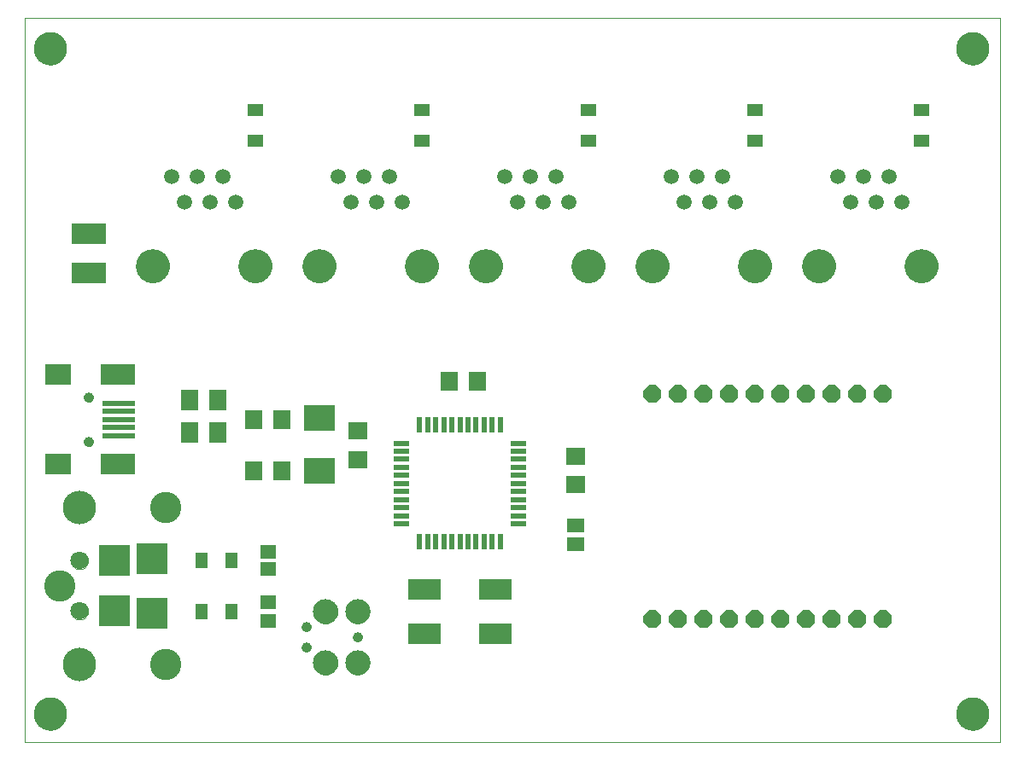
<source format=gts>
G75*
%MOIN*%
%OFA0B0*%
%FSLAX24Y24*%
%IPPOS*%
%LPD*%
%AMOC8*
5,1,8,0,0,1.08239X$1,22.5*
%
%ADD10C,0.0000*%
%ADD11C,0.1300*%
%ADD12C,0.0594*%
%ADD13C,0.1320*%
%ADD14R,0.0591X0.0512*%
%ADD15C,0.1221*%
%ADD16C,0.1306*%
%ADD17R,0.1221X0.1221*%
%ADD18C,0.0709*%
%ADD19R,0.0512X0.0591*%
%ADD20R,0.0631X0.0552*%
%ADD21R,0.1379X0.0788*%
%ADD22R,0.0749X0.0670*%
%ADD23C,0.0390*%
%ADD24C,0.0975*%
%ADD25R,0.0237X0.0631*%
%ADD26R,0.0631X0.0237*%
%ADD27R,0.1290X0.0790*%
%ADD28R,0.0670X0.0749*%
%ADD29R,0.0750X0.0670*%
%ADD30R,0.0670X0.0552*%
%ADD31R,0.1221X0.1024*%
%ADD32R,0.1024X0.0827*%
%ADD33R,0.1339X0.0827*%
%ADD34R,0.1260X0.0237*%
%ADD35C,0.0394*%
%ADD36R,0.0670X0.0827*%
%ADD37OC8,0.0700*%
D10*
X003100Y000100D02*
X003100Y028396D01*
X041170Y028396D01*
X041170Y000100D01*
X003100Y000100D01*
X003470Y001200D02*
X003472Y001250D01*
X003478Y001300D01*
X003488Y001349D01*
X003502Y001397D01*
X003519Y001444D01*
X003540Y001489D01*
X003565Y001533D01*
X003593Y001574D01*
X003625Y001613D01*
X003659Y001650D01*
X003696Y001684D01*
X003736Y001714D01*
X003778Y001741D01*
X003822Y001765D01*
X003868Y001786D01*
X003915Y001802D01*
X003963Y001815D01*
X004013Y001824D01*
X004062Y001829D01*
X004113Y001830D01*
X004163Y001827D01*
X004212Y001820D01*
X004261Y001809D01*
X004309Y001794D01*
X004355Y001776D01*
X004400Y001754D01*
X004443Y001728D01*
X004484Y001699D01*
X004523Y001667D01*
X004559Y001632D01*
X004591Y001594D01*
X004621Y001554D01*
X004648Y001511D01*
X004671Y001467D01*
X004690Y001421D01*
X004706Y001373D01*
X004718Y001324D01*
X004726Y001275D01*
X004730Y001225D01*
X004730Y001175D01*
X004726Y001125D01*
X004718Y001076D01*
X004706Y001027D01*
X004690Y000979D01*
X004671Y000933D01*
X004648Y000889D01*
X004621Y000846D01*
X004591Y000806D01*
X004559Y000768D01*
X004523Y000733D01*
X004484Y000701D01*
X004443Y000672D01*
X004400Y000646D01*
X004355Y000624D01*
X004309Y000606D01*
X004261Y000591D01*
X004212Y000580D01*
X004163Y000573D01*
X004113Y000570D01*
X004062Y000571D01*
X004013Y000576D01*
X003963Y000585D01*
X003915Y000598D01*
X003868Y000614D01*
X003822Y000635D01*
X003778Y000659D01*
X003736Y000686D01*
X003696Y000716D01*
X003659Y000750D01*
X003625Y000787D01*
X003593Y000826D01*
X003565Y000867D01*
X003540Y000911D01*
X003519Y000956D01*
X003502Y001003D01*
X003488Y001051D01*
X003478Y001100D01*
X003472Y001150D01*
X003470Y001200D01*
X004919Y005216D02*
X004921Y005252D01*
X004927Y005288D01*
X004937Y005323D01*
X004950Y005357D01*
X004967Y005389D01*
X004987Y005419D01*
X005011Y005446D01*
X005037Y005471D01*
X005066Y005493D01*
X005097Y005512D01*
X005130Y005527D01*
X005164Y005539D01*
X005200Y005547D01*
X005236Y005551D01*
X005272Y005551D01*
X005308Y005547D01*
X005344Y005539D01*
X005378Y005527D01*
X005411Y005512D01*
X005442Y005493D01*
X005471Y005471D01*
X005497Y005446D01*
X005521Y005419D01*
X005541Y005389D01*
X005558Y005357D01*
X005571Y005323D01*
X005581Y005288D01*
X005587Y005252D01*
X005589Y005216D01*
X005587Y005180D01*
X005581Y005144D01*
X005571Y005109D01*
X005558Y005075D01*
X005541Y005043D01*
X005521Y005013D01*
X005497Y004986D01*
X005471Y004961D01*
X005442Y004939D01*
X005411Y004920D01*
X005378Y004905D01*
X005344Y004893D01*
X005308Y004885D01*
X005272Y004881D01*
X005236Y004881D01*
X005200Y004885D01*
X005164Y004893D01*
X005130Y004905D01*
X005097Y004920D01*
X005066Y004939D01*
X005037Y004961D01*
X005011Y004986D01*
X004987Y005013D01*
X004967Y005043D01*
X004950Y005075D01*
X004937Y005109D01*
X004927Y005144D01*
X004921Y005180D01*
X004919Y005216D01*
X004919Y007184D02*
X004921Y007220D01*
X004927Y007256D01*
X004937Y007291D01*
X004950Y007325D01*
X004967Y007357D01*
X004987Y007387D01*
X005011Y007414D01*
X005037Y007439D01*
X005066Y007461D01*
X005097Y007480D01*
X005130Y007495D01*
X005164Y007507D01*
X005200Y007515D01*
X005236Y007519D01*
X005272Y007519D01*
X005308Y007515D01*
X005344Y007507D01*
X005378Y007495D01*
X005411Y007480D01*
X005442Y007461D01*
X005471Y007439D01*
X005497Y007414D01*
X005521Y007387D01*
X005541Y007357D01*
X005558Y007325D01*
X005571Y007291D01*
X005581Y007256D01*
X005587Y007220D01*
X005589Y007184D01*
X005587Y007148D01*
X005581Y007112D01*
X005571Y007077D01*
X005558Y007043D01*
X005541Y007011D01*
X005521Y006981D01*
X005497Y006954D01*
X005471Y006929D01*
X005442Y006907D01*
X005411Y006888D01*
X005378Y006873D01*
X005344Y006861D01*
X005308Y006853D01*
X005272Y006849D01*
X005236Y006849D01*
X005200Y006853D01*
X005164Y006861D01*
X005130Y006873D01*
X005097Y006888D01*
X005066Y006907D01*
X005037Y006929D01*
X005011Y006954D01*
X004987Y006981D01*
X004967Y007011D01*
X004950Y007043D01*
X004937Y007077D01*
X004927Y007112D01*
X004921Y007148D01*
X004919Y007184D01*
X005423Y011834D02*
X005425Y011860D01*
X005431Y011886D01*
X005441Y011911D01*
X005454Y011934D01*
X005470Y011954D01*
X005490Y011972D01*
X005512Y011987D01*
X005535Y011999D01*
X005561Y012007D01*
X005587Y012011D01*
X005613Y012011D01*
X005639Y012007D01*
X005665Y011999D01*
X005689Y011987D01*
X005710Y011972D01*
X005730Y011954D01*
X005746Y011934D01*
X005759Y011911D01*
X005769Y011886D01*
X005775Y011860D01*
X005777Y011834D01*
X005775Y011808D01*
X005769Y011782D01*
X005759Y011757D01*
X005746Y011734D01*
X005730Y011714D01*
X005710Y011696D01*
X005688Y011681D01*
X005665Y011669D01*
X005639Y011661D01*
X005613Y011657D01*
X005587Y011657D01*
X005561Y011661D01*
X005535Y011669D01*
X005511Y011681D01*
X005490Y011696D01*
X005470Y011714D01*
X005454Y011734D01*
X005441Y011757D01*
X005431Y011782D01*
X005425Y011808D01*
X005423Y011834D01*
X005423Y013566D02*
X005425Y013592D01*
X005431Y013618D01*
X005441Y013643D01*
X005454Y013666D01*
X005470Y013686D01*
X005490Y013704D01*
X005512Y013719D01*
X005535Y013731D01*
X005561Y013739D01*
X005587Y013743D01*
X005613Y013743D01*
X005639Y013739D01*
X005665Y013731D01*
X005689Y013719D01*
X005710Y013704D01*
X005730Y013686D01*
X005746Y013666D01*
X005759Y013643D01*
X005769Y013618D01*
X005775Y013592D01*
X005777Y013566D01*
X005775Y013540D01*
X005769Y013514D01*
X005759Y013489D01*
X005746Y013466D01*
X005730Y013446D01*
X005710Y013428D01*
X005688Y013413D01*
X005665Y013401D01*
X005639Y013393D01*
X005613Y013389D01*
X005587Y013389D01*
X005561Y013393D01*
X005535Y013401D01*
X005511Y013413D01*
X005490Y013428D01*
X005470Y013446D01*
X005454Y013466D01*
X005441Y013489D01*
X005431Y013514D01*
X005425Y013540D01*
X005423Y013566D01*
X007460Y018700D02*
X007462Y018750D01*
X007468Y018800D01*
X007478Y018849D01*
X007491Y018898D01*
X007509Y018945D01*
X007530Y018991D01*
X007554Y019034D01*
X007582Y019076D01*
X007613Y019116D01*
X007647Y019153D01*
X007684Y019187D01*
X007724Y019218D01*
X007766Y019246D01*
X007809Y019270D01*
X007855Y019291D01*
X007902Y019309D01*
X007951Y019322D01*
X008000Y019332D01*
X008050Y019338D01*
X008100Y019340D01*
X008150Y019338D01*
X008200Y019332D01*
X008249Y019322D01*
X008298Y019309D01*
X008345Y019291D01*
X008391Y019270D01*
X008434Y019246D01*
X008476Y019218D01*
X008516Y019187D01*
X008553Y019153D01*
X008587Y019116D01*
X008618Y019076D01*
X008646Y019034D01*
X008670Y018991D01*
X008691Y018945D01*
X008709Y018898D01*
X008722Y018849D01*
X008732Y018800D01*
X008738Y018750D01*
X008740Y018700D01*
X008738Y018650D01*
X008732Y018600D01*
X008722Y018551D01*
X008709Y018502D01*
X008691Y018455D01*
X008670Y018409D01*
X008646Y018366D01*
X008618Y018324D01*
X008587Y018284D01*
X008553Y018247D01*
X008516Y018213D01*
X008476Y018182D01*
X008434Y018154D01*
X008391Y018130D01*
X008345Y018109D01*
X008298Y018091D01*
X008249Y018078D01*
X008200Y018068D01*
X008150Y018062D01*
X008100Y018060D01*
X008050Y018062D01*
X008000Y018068D01*
X007951Y018078D01*
X007902Y018091D01*
X007855Y018109D01*
X007809Y018130D01*
X007766Y018154D01*
X007724Y018182D01*
X007684Y018213D01*
X007647Y018247D01*
X007613Y018284D01*
X007582Y018324D01*
X007554Y018366D01*
X007530Y018409D01*
X007509Y018455D01*
X007491Y018502D01*
X007478Y018551D01*
X007468Y018600D01*
X007462Y018650D01*
X007460Y018700D01*
X011460Y018700D02*
X011462Y018750D01*
X011468Y018800D01*
X011478Y018849D01*
X011491Y018898D01*
X011509Y018945D01*
X011530Y018991D01*
X011554Y019034D01*
X011582Y019076D01*
X011613Y019116D01*
X011647Y019153D01*
X011684Y019187D01*
X011724Y019218D01*
X011766Y019246D01*
X011809Y019270D01*
X011855Y019291D01*
X011902Y019309D01*
X011951Y019322D01*
X012000Y019332D01*
X012050Y019338D01*
X012100Y019340D01*
X012150Y019338D01*
X012200Y019332D01*
X012249Y019322D01*
X012298Y019309D01*
X012345Y019291D01*
X012391Y019270D01*
X012434Y019246D01*
X012476Y019218D01*
X012516Y019187D01*
X012553Y019153D01*
X012587Y019116D01*
X012618Y019076D01*
X012646Y019034D01*
X012670Y018991D01*
X012691Y018945D01*
X012709Y018898D01*
X012722Y018849D01*
X012732Y018800D01*
X012738Y018750D01*
X012740Y018700D01*
X012738Y018650D01*
X012732Y018600D01*
X012722Y018551D01*
X012709Y018502D01*
X012691Y018455D01*
X012670Y018409D01*
X012646Y018366D01*
X012618Y018324D01*
X012587Y018284D01*
X012553Y018247D01*
X012516Y018213D01*
X012476Y018182D01*
X012434Y018154D01*
X012391Y018130D01*
X012345Y018109D01*
X012298Y018091D01*
X012249Y018078D01*
X012200Y018068D01*
X012150Y018062D01*
X012100Y018060D01*
X012050Y018062D01*
X012000Y018068D01*
X011951Y018078D01*
X011902Y018091D01*
X011855Y018109D01*
X011809Y018130D01*
X011766Y018154D01*
X011724Y018182D01*
X011684Y018213D01*
X011647Y018247D01*
X011613Y018284D01*
X011582Y018324D01*
X011554Y018366D01*
X011530Y018409D01*
X011509Y018455D01*
X011491Y018502D01*
X011478Y018551D01*
X011468Y018600D01*
X011462Y018650D01*
X011460Y018700D01*
X013960Y018700D02*
X013962Y018750D01*
X013968Y018800D01*
X013978Y018849D01*
X013991Y018898D01*
X014009Y018945D01*
X014030Y018991D01*
X014054Y019034D01*
X014082Y019076D01*
X014113Y019116D01*
X014147Y019153D01*
X014184Y019187D01*
X014224Y019218D01*
X014266Y019246D01*
X014309Y019270D01*
X014355Y019291D01*
X014402Y019309D01*
X014451Y019322D01*
X014500Y019332D01*
X014550Y019338D01*
X014600Y019340D01*
X014650Y019338D01*
X014700Y019332D01*
X014749Y019322D01*
X014798Y019309D01*
X014845Y019291D01*
X014891Y019270D01*
X014934Y019246D01*
X014976Y019218D01*
X015016Y019187D01*
X015053Y019153D01*
X015087Y019116D01*
X015118Y019076D01*
X015146Y019034D01*
X015170Y018991D01*
X015191Y018945D01*
X015209Y018898D01*
X015222Y018849D01*
X015232Y018800D01*
X015238Y018750D01*
X015240Y018700D01*
X015238Y018650D01*
X015232Y018600D01*
X015222Y018551D01*
X015209Y018502D01*
X015191Y018455D01*
X015170Y018409D01*
X015146Y018366D01*
X015118Y018324D01*
X015087Y018284D01*
X015053Y018247D01*
X015016Y018213D01*
X014976Y018182D01*
X014934Y018154D01*
X014891Y018130D01*
X014845Y018109D01*
X014798Y018091D01*
X014749Y018078D01*
X014700Y018068D01*
X014650Y018062D01*
X014600Y018060D01*
X014550Y018062D01*
X014500Y018068D01*
X014451Y018078D01*
X014402Y018091D01*
X014355Y018109D01*
X014309Y018130D01*
X014266Y018154D01*
X014224Y018182D01*
X014184Y018213D01*
X014147Y018247D01*
X014113Y018284D01*
X014082Y018324D01*
X014054Y018366D01*
X014030Y018409D01*
X014009Y018455D01*
X013991Y018502D01*
X013978Y018551D01*
X013968Y018600D01*
X013962Y018650D01*
X013960Y018700D01*
X017960Y018700D02*
X017962Y018750D01*
X017968Y018800D01*
X017978Y018849D01*
X017991Y018898D01*
X018009Y018945D01*
X018030Y018991D01*
X018054Y019034D01*
X018082Y019076D01*
X018113Y019116D01*
X018147Y019153D01*
X018184Y019187D01*
X018224Y019218D01*
X018266Y019246D01*
X018309Y019270D01*
X018355Y019291D01*
X018402Y019309D01*
X018451Y019322D01*
X018500Y019332D01*
X018550Y019338D01*
X018600Y019340D01*
X018650Y019338D01*
X018700Y019332D01*
X018749Y019322D01*
X018798Y019309D01*
X018845Y019291D01*
X018891Y019270D01*
X018934Y019246D01*
X018976Y019218D01*
X019016Y019187D01*
X019053Y019153D01*
X019087Y019116D01*
X019118Y019076D01*
X019146Y019034D01*
X019170Y018991D01*
X019191Y018945D01*
X019209Y018898D01*
X019222Y018849D01*
X019232Y018800D01*
X019238Y018750D01*
X019240Y018700D01*
X019238Y018650D01*
X019232Y018600D01*
X019222Y018551D01*
X019209Y018502D01*
X019191Y018455D01*
X019170Y018409D01*
X019146Y018366D01*
X019118Y018324D01*
X019087Y018284D01*
X019053Y018247D01*
X019016Y018213D01*
X018976Y018182D01*
X018934Y018154D01*
X018891Y018130D01*
X018845Y018109D01*
X018798Y018091D01*
X018749Y018078D01*
X018700Y018068D01*
X018650Y018062D01*
X018600Y018060D01*
X018550Y018062D01*
X018500Y018068D01*
X018451Y018078D01*
X018402Y018091D01*
X018355Y018109D01*
X018309Y018130D01*
X018266Y018154D01*
X018224Y018182D01*
X018184Y018213D01*
X018147Y018247D01*
X018113Y018284D01*
X018082Y018324D01*
X018054Y018366D01*
X018030Y018409D01*
X018009Y018455D01*
X017991Y018502D01*
X017978Y018551D01*
X017968Y018600D01*
X017962Y018650D01*
X017960Y018700D01*
X020460Y018700D02*
X020462Y018750D01*
X020468Y018800D01*
X020478Y018849D01*
X020491Y018898D01*
X020509Y018945D01*
X020530Y018991D01*
X020554Y019034D01*
X020582Y019076D01*
X020613Y019116D01*
X020647Y019153D01*
X020684Y019187D01*
X020724Y019218D01*
X020766Y019246D01*
X020809Y019270D01*
X020855Y019291D01*
X020902Y019309D01*
X020951Y019322D01*
X021000Y019332D01*
X021050Y019338D01*
X021100Y019340D01*
X021150Y019338D01*
X021200Y019332D01*
X021249Y019322D01*
X021298Y019309D01*
X021345Y019291D01*
X021391Y019270D01*
X021434Y019246D01*
X021476Y019218D01*
X021516Y019187D01*
X021553Y019153D01*
X021587Y019116D01*
X021618Y019076D01*
X021646Y019034D01*
X021670Y018991D01*
X021691Y018945D01*
X021709Y018898D01*
X021722Y018849D01*
X021732Y018800D01*
X021738Y018750D01*
X021740Y018700D01*
X021738Y018650D01*
X021732Y018600D01*
X021722Y018551D01*
X021709Y018502D01*
X021691Y018455D01*
X021670Y018409D01*
X021646Y018366D01*
X021618Y018324D01*
X021587Y018284D01*
X021553Y018247D01*
X021516Y018213D01*
X021476Y018182D01*
X021434Y018154D01*
X021391Y018130D01*
X021345Y018109D01*
X021298Y018091D01*
X021249Y018078D01*
X021200Y018068D01*
X021150Y018062D01*
X021100Y018060D01*
X021050Y018062D01*
X021000Y018068D01*
X020951Y018078D01*
X020902Y018091D01*
X020855Y018109D01*
X020809Y018130D01*
X020766Y018154D01*
X020724Y018182D01*
X020684Y018213D01*
X020647Y018247D01*
X020613Y018284D01*
X020582Y018324D01*
X020554Y018366D01*
X020530Y018409D01*
X020509Y018455D01*
X020491Y018502D01*
X020478Y018551D01*
X020468Y018600D01*
X020462Y018650D01*
X020460Y018700D01*
X024460Y018700D02*
X024462Y018750D01*
X024468Y018800D01*
X024478Y018849D01*
X024491Y018898D01*
X024509Y018945D01*
X024530Y018991D01*
X024554Y019034D01*
X024582Y019076D01*
X024613Y019116D01*
X024647Y019153D01*
X024684Y019187D01*
X024724Y019218D01*
X024766Y019246D01*
X024809Y019270D01*
X024855Y019291D01*
X024902Y019309D01*
X024951Y019322D01*
X025000Y019332D01*
X025050Y019338D01*
X025100Y019340D01*
X025150Y019338D01*
X025200Y019332D01*
X025249Y019322D01*
X025298Y019309D01*
X025345Y019291D01*
X025391Y019270D01*
X025434Y019246D01*
X025476Y019218D01*
X025516Y019187D01*
X025553Y019153D01*
X025587Y019116D01*
X025618Y019076D01*
X025646Y019034D01*
X025670Y018991D01*
X025691Y018945D01*
X025709Y018898D01*
X025722Y018849D01*
X025732Y018800D01*
X025738Y018750D01*
X025740Y018700D01*
X025738Y018650D01*
X025732Y018600D01*
X025722Y018551D01*
X025709Y018502D01*
X025691Y018455D01*
X025670Y018409D01*
X025646Y018366D01*
X025618Y018324D01*
X025587Y018284D01*
X025553Y018247D01*
X025516Y018213D01*
X025476Y018182D01*
X025434Y018154D01*
X025391Y018130D01*
X025345Y018109D01*
X025298Y018091D01*
X025249Y018078D01*
X025200Y018068D01*
X025150Y018062D01*
X025100Y018060D01*
X025050Y018062D01*
X025000Y018068D01*
X024951Y018078D01*
X024902Y018091D01*
X024855Y018109D01*
X024809Y018130D01*
X024766Y018154D01*
X024724Y018182D01*
X024684Y018213D01*
X024647Y018247D01*
X024613Y018284D01*
X024582Y018324D01*
X024554Y018366D01*
X024530Y018409D01*
X024509Y018455D01*
X024491Y018502D01*
X024478Y018551D01*
X024468Y018600D01*
X024462Y018650D01*
X024460Y018700D01*
X026960Y018700D02*
X026962Y018750D01*
X026968Y018800D01*
X026978Y018849D01*
X026991Y018898D01*
X027009Y018945D01*
X027030Y018991D01*
X027054Y019034D01*
X027082Y019076D01*
X027113Y019116D01*
X027147Y019153D01*
X027184Y019187D01*
X027224Y019218D01*
X027266Y019246D01*
X027309Y019270D01*
X027355Y019291D01*
X027402Y019309D01*
X027451Y019322D01*
X027500Y019332D01*
X027550Y019338D01*
X027600Y019340D01*
X027650Y019338D01*
X027700Y019332D01*
X027749Y019322D01*
X027798Y019309D01*
X027845Y019291D01*
X027891Y019270D01*
X027934Y019246D01*
X027976Y019218D01*
X028016Y019187D01*
X028053Y019153D01*
X028087Y019116D01*
X028118Y019076D01*
X028146Y019034D01*
X028170Y018991D01*
X028191Y018945D01*
X028209Y018898D01*
X028222Y018849D01*
X028232Y018800D01*
X028238Y018750D01*
X028240Y018700D01*
X028238Y018650D01*
X028232Y018600D01*
X028222Y018551D01*
X028209Y018502D01*
X028191Y018455D01*
X028170Y018409D01*
X028146Y018366D01*
X028118Y018324D01*
X028087Y018284D01*
X028053Y018247D01*
X028016Y018213D01*
X027976Y018182D01*
X027934Y018154D01*
X027891Y018130D01*
X027845Y018109D01*
X027798Y018091D01*
X027749Y018078D01*
X027700Y018068D01*
X027650Y018062D01*
X027600Y018060D01*
X027550Y018062D01*
X027500Y018068D01*
X027451Y018078D01*
X027402Y018091D01*
X027355Y018109D01*
X027309Y018130D01*
X027266Y018154D01*
X027224Y018182D01*
X027184Y018213D01*
X027147Y018247D01*
X027113Y018284D01*
X027082Y018324D01*
X027054Y018366D01*
X027030Y018409D01*
X027009Y018455D01*
X026991Y018502D01*
X026978Y018551D01*
X026968Y018600D01*
X026962Y018650D01*
X026960Y018700D01*
X030960Y018700D02*
X030962Y018750D01*
X030968Y018800D01*
X030978Y018849D01*
X030991Y018898D01*
X031009Y018945D01*
X031030Y018991D01*
X031054Y019034D01*
X031082Y019076D01*
X031113Y019116D01*
X031147Y019153D01*
X031184Y019187D01*
X031224Y019218D01*
X031266Y019246D01*
X031309Y019270D01*
X031355Y019291D01*
X031402Y019309D01*
X031451Y019322D01*
X031500Y019332D01*
X031550Y019338D01*
X031600Y019340D01*
X031650Y019338D01*
X031700Y019332D01*
X031749Y019322D01*
X031798Y019309D01*
X031845Y019291D01*
X031891Y019270D01*
X031934Y019246D01*
X031976Y019218D01*
X032016Y019187D01*
X032053Y019153D01*
X032087Y019116D01*
X032118Y019076D01*
X032146Y019034D01*
X032170Y018991D01*
X032191Y018945D01*
X032209Y018898D01*
X032222Y018849D01*
X032232Y018800D01*
X032238Y018750D01*
X032240Y018700D01*
X032238Y018650D01*
X032232Y018600D01*
X032222Y018551D01*
X032209Y018502D01*
X032191Y018455D01*
X032170Y018409D01*
X032146Y018366D01*
X032118Y018324D01*
X032087Y018284D01*
X032053Y018247D01*
X032016Y018213D01*
X031976Y018182D01*
X031934Y018154D01*
X031891Y018130D01*
X031845Y018109D01*
X031798Y018091D01*
X031749Y018078D01*
X031700Y018068D01*
X031650Y018062D01*
X031600Y018060D01*
X031550Y018062D01*
X031500Y018068D01*
X031451Y018078D01*
X031402Y018091D01*
X031355Y018109D01*
X031309Y018130D01*
X031266Y018154D01*
X031224Y018182D01*
X031184Y018213D01*
X031147Y018247D01*
X031113Y018284D01*
X031082Y018324D01*
X031054Y018366D01*
X031030Y018409D01*
X031009Y018455D01*
X030991Y018502D01*
X030978Y018551D01*
X030968Y018600D01*
X030962Y018650D01*
X030960Y018700D01*
X033460Y018700D02*
X033462Y018750D01*
X033468Y018800D01*
X033478Y018849D01*
X033491Y018898D01*
X033509Y018945D01*
X033530Y018991D01*
X033554Y019034D01*
X033582Y019076D01*
X033613Y019116D01*
X033647Y019153D01*
X033684Y019187D01*
X033724Y019218D01*
X033766Y019246D01*
X033809Y019270D01*
X033855Y019291D01*
X033902Y019309D01*
X033951Y019322D01*
X034000Y019332D01*
X034050Y019338D01*
X034100Y019340D01*
X034150Y019338D01*
X034200Y019332D01*
X034249Y019322D01*
X034298Y019309D01*
X034345Y019291D01*
X034391Y019270D01*
X034434Y019246D01*
X034476Y019218D01*
X034516Y019187D01*
X034553Y019153D01*
X034587Y019116D01*
X034618Y019076D01*
X034646Y019034D01*
X034670Y018991D01*
X034691Y018945D01*
X034709Y018898D01*
X034722Y018849D01*
X034732Y018800D01*
X034738Y018750D01*
X034740Y018700D01*
X034738Y018650D01*
X034732Y018600D01*
X034722Y018551D01*
X034709Y018502D01*
X034691Y018455D01*
X034670Y018409D01*
X034646Y018366D01*
X034618Y018324D01*
X034587Y018284D01*
X034553Y018247D01*
X034516Y018213D01*
X034476Y018182D01*
X034434Y018154D01*
X034391Y018130D01*
X034345Y018109D01*
X034298Y018091D01*
X034249Y018078D01*
X034200Y018068D01*
X034150Y018062D01*
X034100Y018060D01*
X034050Y018062D01*
X034000Y018068D01*
X033951Y018078D01*
X033902Y018091D01*
X033855Y018109D01*
X033809Y018130D01*
X033766Y018154D01*
X033724Y018182D01*
X033684Y018213D01*
X033647Y018247D01*
X033613Y018284D01*
X033582Y018324D01*
X033554Y018366D01*
X033530Y018409D01*
X033509Y018455D01*
X033491Y018502D01*
X033478Y018551D01*
X033468Y018600D01*
X033462Y018650D01*
X033460Y018700D01*
X037460Y018700D02*
X037462Y018750D01*
X037468Y018800D01*
X037478Y018849D01*
X037491Y018898D01*
X037509Y018945D01*
X037530Y018991D01*
X037554Y019034D01*
X037582Y019076D01*
X037613Y019116D01*
X037647Y019153D01*
X037684Y019187D01*
X037724Y019218D01*
X037766Y019246D01*
X037809Y019270D01*
X037855Y019291D01*
X037902Y019309D01*
X037951Y019322D01*
X038000Y019332D01*
X038050Y019338D01*
X038100Y019340D01*
X038150Y019338D01*
X038200Y019332D01*
X038249Y019322D01*
X038298Y019309D01*
X038345Y019291D01*
X038391Y019270D01*
X038434Y019246D01*
X038476Y019218D01*
X038516Y019187D01*
X038553Y019153D01*
X038587Y019116D01*
X038618Y019076D01*
X038646Y019034D01*
X038670Y018991D01*
X038691Y018945D01*
X038709Y018898D01*
X038722Y018849D01*
X038732Y018800D01*
X038738Y018750D01*
X038740Y018700D01*
X038738Y018650D01*
X038732Y018600D01*
X038722Y018551D01*
X038709Y018502D01*
X038691Y018455D01*
X038670Y018409D01*
X038646Y018366D01*
X038618Y018324D01*
X038587Y018284D01*
X038553Y018247D01*
X038516Y018213D01*
X038476Y018182D01*
X038434Y018154D01*
X038391Y018130D01*
X038345Y018109D01*
X038298Y018091D01*
X038249Y018078D01*
X038200Y018068D01*
X038150Y018062D01*
X038100Y018060D01*
X038050Y018062D01*
X038000Y018068D01*
X037951Y018078D01*
X037902Y018091D01*
X037855Y018109D01*
X037809Y018130D01*
X037766Y018154D01*
X037724Y018182D01*
X037684Y018213D01*
X037647Y018247D01*
X037613Y018284D01*
X037582Y018324D01*
X037554Y018366D01*
X037530Y018409D01*
X037509Y018455D01*
X037491Y018502D01*
X037478Y018551D01*
X037468Y018600D01*
X037462Y018650D01*
X037460Y018700D01*
X039470Y027200D02*
X039472Y027250D01*
X039478Y027300D01*
X039488Y027349D01*
X039502Y027397D01*
X039519Y027444D01*
X039540Y027489D01*
X039565Y027533D01*
X039593Y027574D01*
X039625Y027613D01*
X039659Y027650D01*
X039696Y027684D01*
X039736Y027714D01*
X039778Y027741D01*
X039822Y027765D01*
X039868Y027786D01*
X039915Y027802D01*
X039963Y027815D01*
X040013Y027824D01*
X040062Y027829D01*
X040113Y027830D01*
X040163Y027827D01*
X040212Y027820D01*
X040261Y027809D01*
X040309Y027794D01*
X040355Y027776D01*
X040400Y027754D01*
X040443Y027728D01*
X040484Y027699D01*
X040523Y027667D01*
X040559Y027632D01*
X040591Y027594D01*
X040621Y027554D01*
X040648Y027511D01*
X040671Y027467D01*
X040690Y027421D01*
X040706Y027373D01*
X040718Y027324D01*
X040726Y027275D01*
X040730Y027225D01*
X040730Y027175D01*
X040726Y027125D01*
X040718Y027076D01*
X040706Y027027D01*
X040690Y026979D01*
X040671Y026933D01*
X040648Y026889D01*
X040621Y026846D01*
X040591Y026806D01*
X040559Y026768D01*
X040523Y026733D01*
X040484Y026701D01*
X040443Y026672D01*
X040400Y026646D01*
X040355Y026624D01*
X040309Y026606D01*
X040261Y026591D01*
X040212Y026580D01*
X040163Y026573D01*
X040113Y026570D01*
X040062Y026571D01*
X040013Y026576D01*
X039963Y026585D01*
X039915Y026598D01*
X039868Y026614D01*
X039822Y026635D01*
X039778Y026659D01*
X039736Y026686D01*
X039696Y026716D01*
X039659Y026750D01*
X039625Y026787D01*
X039593Y026826D01*
X039565Y026867D01*
X039540Y026911D01*
X039519Y026956D01*
X039502Y027003D01*
X039488Y027051D01*
X039478Y027100D01*
X039472Y027150D01*
X039470Y027200D01*
X015633Y005200D02*
X015635Y005243D01*
X015641Y005286D01*
X015651Y005328D01*
X015665Y005369D01*
X015682Y005408D01*
X015703Y005446D01*
X015727Y005481D01*
X015755Y005515D01*
X015785Y005545D01*
X015819Y005573D01*
X015854Y005597D01*
X015892Y005618D01*
X015931Y005635D01*
X015972Y005649D01*
X016014Y005659D01*
X016057Y005665D01*
X016100Y005667D01*
X016143Y005665D01*
X016186Y005659D01*
X016228Y005649D01*
X016269Y005635D01*
X016308Y005618D01*
X016346Y005597D01*
X016381Y005573D01*
X016415Y005545D01*
X016445Y005515D01*
X016473Y005481D01*
X016497Y005446D01*
X016518Y005408D01*
X016535Y005369D01*
X016549Y005328D01*
X016559Y005286D01*
X016565Y005243D01*
X016567Y005200D01*
X016565Y005157D01*
X016559Y005114D01*
X016549Y005072D01*
X016535Y005031D01*
X016518Y004992D01*
X016497Y004954D01*
X016473Y004919D01*
X016445Y004885D01*
X016415Y004855D01*
X016381Y004827D01*
X016346Y004803D01*
X016308Y004782D01*
X016269Y004765D01*
X016228Y004751D01*
X016186Y004741D01*
X016143Y004735D01*
X016100Y004733D01*
X016057Y004735D01*
X016014Y004741D01*
X015972Y004751D01*
X015931Y004765D01*
X015892Y004782D01*
X015854Y004803D01*
X015819Y004827D01*
X015785Y004855D01*
X015755Y004885D01*
X015727Y004919D01*
X015703Y004954D01*
X015682Y004992D01*
X015665Y005031D01*
X015651Y005072D01*
X015641Y005114D01*
X015635Y005157D01*
X015633Y005200D01*
X014383Y005200D02*
X014385Y005243D01*
X014391Y005286D01*
X014401Y005328D01*
X014415Y005369D01*
X014432Y005408D01*
X014453Y005446D01*
X014477Y005481D01*
X014505Y005515D01*
X014535Y005545D01*
X014569Y005573D01*
X014604Y005597D01*
X014642Y005618D01*
X014681Y005635D01*
X014722Y005649D01*
X014764Y005659D01*
X014807Y005665D01*
X014850Y005667D01*
X014893Y005665D01*
X014936Y005659D01*
X014978Y005649D01*
X015019Y005635D01*
X015058Y005618D01*
X015096Y005597D01*
X015131Y005573D01*
X015165Y005545D01*
X015195Y005515D01*
X015223Y005481D01*
X015247Y005446D01*
X015268Y005408D01*
X015285Y005369D01*
X015299Y005328D01*
X015309Y005286D01*
X015315Y005243D01*
X015317Y005200D01*
X015315Y005157D01*
X015309Y005114D01*
X015299Y005072D01*
X015285Y005031D01*
X015268Y004992D01*
X015247Y004954D01*
X015223Y004919D01*
X015195Y004885D01*
X015165Y004855D01*
X015131Y004827D01*
X015096Y004803D01*
X015058Y004782D01*
X015019Y004765D01*
X014978Y004751D01*
X014936Y004741D01*
X014893Y004735D01*
X014850Y004733D01*
X014807Y004735D01*
X014764Y004741D01*
X014722Y004751D01*
X014681Y004765D01*
X014642Y004782D01*
X014604Y004803D01*
X014569Y004827D01*
X014535Y004855D01*
X014505Y004885D01*
X014477Y004919D01*
X014453Y004954D01*
X014432Y004992D01*
X014415Y005031D01*
X014401Y005072D01*
X014391Y005114D01*
X014385Y005157D01*
X014383Y005200D01*
X013925Y004600D02*
X013927Y004626D01*
X013933Y004652D01*
X013942Y004676D01*
X013955Y004699D01*
X013972Y004719D01*
X013991Y004737D01*
X014013Y004752D01*
X014036Y004763D01*
X014061Y004771D01*
X014087Y004775D01*
X014113Y004775D01*
X014139Y004771D01*
X014164Y004763D01*
X014188Y004752D01*
X014209Y004737D01*
X014228Y004719D01*
X014245Y004699D01*
X014258Y004676D01*
X014267Y004652D01*
X014273Y004626D01*
X014275Y004600D01*
X014273Y004574D01*
X014267Y004548D01*
X014258Y004524D01*
X014245Y004501D01*
X014228Y004481D01*
X014209Y004463D01*
X014187Y004448D01*
X014164Y004437D01*
X014139Y004429D01*
X014113Y004425D01*
X014087Y004425D01*
X014061Y004429D01*
X014036Y004437D01*
X014012Y004448D01*
X013991Y004463D01*
X013972Y004481D01*
X013955Y004501D01*
X013942Y004524D01*
X013933Y004548D01*
X013927Y004574D01*
X013925Y004600D01*
X013925Y003800D02*
X013927Y003826D01*
X013933Y003852D01*
X013942Y003876D01*
X013955Y003899D01*
X013972Y003919D01*
X013991Y003937D01*
X014013Y003952D01*
X014036Y003963D01*
X014061Y003971D01*
X014087Y003975D01*
X014113Y003975D01*
X014139Y003971D01*
X014164Y003963D01*
X014188Y003952D01*
X014209Y003937D01*
X014228Y003919D01*
X014245Y003899D01*
X014258Y003876D01*
X014267Y003852D01*
X014273Y003826D01*
X014275Y003800D01*
X014273Y003774D01*
X014267Y003748D01*
X014258Y003724D01*
X014245Y003701D01*
X014228Y003681D01*
X014209Y003663D01*
X014187Y003648D01*
X014164Y003637D01*
X014139Y003629D01*
X014113Y003625D01*
X014087Y003625D01*
X014061Y003629D01*
X014036Y003637D01*
X014012Y003648D01*
X013991Y003663D01*
X013972Y003681D01*
X013955Y003701D01*
X013942Y003724D01*
X013933Y003748D01*
X013927Y003774D01*
X013925Y003800D01*
X014383Y003200D02*
X014385Y003243D01*
X014391Y003286D01*
X014401Y003328D01*
X014415Y003369D01*
X014432Y003408D01*
X014453Y003446D01*
X014477Y003481D01*
X014505Y003515D01*
X014535Y003545D01*
X014569Y003573D01*
X014604Y003597D01*
X014642Y003618D01*
X014681Y003635D01*
X014722Y003649D01*
X014764Y003659D01*
X014807Y003665D01*
X014850Y003667D01*
X014893Y003665D01*
X014936Y003659D01*
X014978Y003649D01*
X015019Y003635D01*
X015058Y003618D01*
X015096Y003597D01*
X015131Y003573D01*
X015165Y003545D01*
X015195Y003515D01*
X015223Y003481D01*
X015247Y003446D01*
X015268Y003408D01*
X015285Y003369D01*
X015299Y003328D01*
X015309Y003286D01*
X015315Y003243D01*
X015317Y003200D01*
X015315Y003157D01*
X015309Y003114D01*
X015299Y003072D01*
X015285Y003031D01*
X015268Y002992D01*
X015247Y002954D01*
X015223Y002919D01*
X015195Y002885D01*
X015165Y002855D01*
X015131Y002827D01*
X015096Y002803D01*
X015058Y002782D01*
X015019Y002765D01*
X014978Y002751D01*
X014936Y002741D01*
X014893Y002735D01*
X014850Y002733D01*
X014807Y002735D01*
X014764Y002741D01*
X014722Y002751D01*
X014681Y002765D01*
X014642Y002782D01*
X014604Y002803D01*
X014569Y002827D01*
X014535Y002855D01*
X014505Y002885D01*
X014477Y002919D01*
X014453Y002954D01*
X014432Y002992D01*
X014415Y003031D01*
X014401Y003072D01*
X014391Y003114D01*
X014385Y003157D01*
X014383Y003200D01*
X015633Y003200D02*
X015635Y003243D01*
X015641Y003286D01*
X015651Y003328D01*
X015665Y003369D01*
X015682Y003408D01*
X015703Y003446D01*
X015727Y003481D01*
X015755Y003515D01*
X015785Y003545D01*
X015819Y003573D01*
X015854Y003597D01*
X015892Y003618D01*
X015931Y003635D01*
X015972Y003649D01*
X016014Y003659D01*
X016057Y003665D01*
X016100Y003667D01*
X016143Y003665D01*
X016186Y003659D01*
X016228Y003649D01*
X016269Y003635D01*
X016308Y003618D01*
X016346Y003597D01*
X016381Y003573D01*
X016415Y003545D01*
X016445Y003515D01*
X016473Y003481D01*
X016497Y003446D01*
X016518Y003408D01*
X016535Y003369D01*
X016549Y003328D01*
X016559Y003286D01*
X016565Y003243D01*
X016567Y003200D01*
X016565Y003157D01*
X016559Y003114D01*
X016549Y003072D01*
X016535Y003031D01*
X016518Y002992D01*
X016497Y002954D01*
X016473Y002919D01*
X016445Y002885D01*
X016415Y002855D01*
X016381Y002827D01*
X016346Y002803D01*
X016308Y002782D01*
X016269Y002765D01*
X016228Y002751D01*
X016186Y002741D01*
X016143Y002735D01*
X016100Y002733D01*
X016057Y002735D01*
X016014Y002741D01*
X015972Y002751D01*
X015931Y002765D01*
X015892Y002782D01*
X015854Y002803D01*
X015819Y002827D01*
X015785Y002855D01*
X015755Y002885D01*
X015727Y002919D01*
X015703Y002954D01*
X015682Y002992D01*
X015665Y003031D01*
X015651Y003072D01*
X015641Y003114D01*
X015635Y003157D01*
X015633Y003200D01*
X015925Y004200D02*
X015927Y004226D01*
X015933Y004252D01*
X015942Y004276D01*
X015955Y004299D01*
X015972Y004319D01*
X015991Y004337D01*
X016013Y004352D01*
X016036Y004363D01*
X016061Y004371D01*
X016087Y004375D01*
X016113Y004375D01*
X016139Y004371D01*
X016164Y004363D01*
X016188Y004352D01*
X016209Y004337D01*
X016228Y004319D01*
X016245Y004299D01*
X016258Y004276D01*
X016267Y004252D01*
X016273Y004226D01*
X016275Y004200D01*
X016273Y004174D01*
X016267Y004148D01*
X016258Y004124D01*
X016245Y004101D01*
X016228Y004081D01*
X016209Y004063D01*
X016187Y004048D01*
X016164Y004037D01*
X016139Y004029D01*
X016113Y004025D01*
X016087Y004025D01*
X016061Y004029D01*
X016036Y004037D01*
X016012Y004048D01*
X015991Y004063D01*
X015972Y004081D01*
X015955Y004101D01*
X015942Y004124D01*
X015933Y004148D01*
X015927Y004174D01*
X015925Y004200D01*
X039470Y001200D02*
X039472Y001250D01*
X039478Y001300D01*
X039488Y001349D01*
X039502Y001397D01*
X039519Y001444D01*
X039540Y001489D01*
X039565Y001533D01*
X039593Y001574D01*
X039625Y001613D01*
X039659Y001650D01*
X039696Y001684D01*
X039736Y001714D01*
X039778Y001741D01*
X039822Y001765D01*
X039868Y001786D01*
X039915Y001802D01*
X039963Y001815D01*
X040013Y001824D01*
X040062Y001829D01*
X040113Y001830D01*
X040163Y001827D01*
X040212Y001820D01*
X040261Y001809D01*
X040309Y001794D01*
X040355Y001776D01*
X040400Y001754D01*
X040443Y001728D01*
X040484Y001699D01*
X040523Y001667D01*
X040559Y001632D01*
X040591Y001594D01*
X040621Y001554D01*
X040648Y001511D01*
X040671Y001467D01*
X040690Y001421D01*
X040706Y001373D01*
X040718Y001324D01*
X040726Y001275D01*
X040730Y001225D01*
X040730Y001175D01*
X040726Y001125D01*
X040718Y001076D01*
X040706Y001027D01*
X040690Y000979D01*
X040671Y000933D01*
X040648Y000889D01*
X040621Y000846D01*
X040591Y000806D01*
X040559Y000768D01*
X040523Y000733D01*
X040484Y000701D01*
X040443Y000672D01*
X040400Y000646D01*
X040355Y000624D01*
X040309Y000606D01*
X040261Y000591D01*
X040212Y000580D01*
X040163Y000573D01*
X040113Y000570D01*
X040062Y000571D01*
X040013Y000576D01*
X039963Y000585D01*
X039915Y000598D01*
X039868Y000614D01*
X039822Y000635D01*
X039778Y000659D01*
X039736Y000686D01*
X039696Y000716D01*
X039659Y000750D01*
X039625Y000787D01*
X039593Y000826D01*
X039565Y000867D01*
X039540Y000911D01*
X039519Y000956D01*
X039502Y001003D01*
X039488Y001051D01*
X039478Y001100D01*
X039472Y001150D01*
X039470Y001200D01*
X003470Y027200D02*
X003472Y027250D01*
X003478Y027300D01*
X003488Y027349D01*
X003502Y027397D01*
X003519Y027444D01*
X003540Y027489D01*
X003565Y027533D01*
X003593Y027574D01*
X003625Y027613D01*
X003659Y027650D01*
X003696Y027684D01*
X003736Y027714D01*
X003778Y027741D01*
X003822Y027765D01*
X003868Y027786D01*
X003915Y027802D01*
X003963Y027815D01*
X004013Y027824D01*
X004062Y027829D01*
X004113Y027830D01*
X004163Y027827D01*
X004212Y027820D01*
X004261Y027809D01*
X004309Y027794D01*
X004355Y027776D01*
X004400Y027754D01*
X004443Y027728D01*
X004484Y027699D01*
X004523Y027667D01*
X004559Y027632D01*
X004591Y027594D01*
X004621Y027554D01*
X004648Y027511D01*
X004671Y027467D01*
X004690Y027421D01*
X004706Y027373D01*
X004718Y027324D01*
X004726Y027275D01*
X004730Y027225D01*
X004730Y027175D01*
X004726Y027125D01*
X004718Y027076D01*
X004706Y027027D01*
X004690Y026979D01*
X004671Y026933D01*
X004648Y026889D01*
X004621Y026846D01*
X004591Y026806D01*
X004559Y026768D01*
X004523Y026733D01*
X004484Y026701D01*
X004443Y026672D01*
X004400Y026646D01*
X004355Y026624D01*
X004309Y026606D01*
X004261Y026591D01*
X004212Y026580D01*
X004163Y026573D01*
X004113Y026570D01*
X004062Y026571D01*
X004013Y026576D01*
X003963Y026585D01*
X003915Y026598D01*
X003868Y026614D01*
X003822Y026635D01*
X003778Y026659D01*
X003736Y026686D01*
X003696Y026716D01*
X003659Y026750D01*
X003625Y026787D01*
X003593Y026826D01*
X003565Y026867D01*
X003540Y026911D01*
X003519Y026956D01*
X003502Y027003D01*
X003488Y027051D01*
X003478Y027100D01*
X003472Y027150D01*
X003470Y027200D01*
D11*
X004100Y027200D03*
X040100Y027200D03*
X040100Y001200D03*
X004100Y001200D03*
D12*
X009350Y021200D03*
X010350Y021200D03*
X011350Y021200D03*
X010850Y022200D03*
X009850Y022200D03*
X008850Y022200D03*
X015350Y022200D03*
X016350Y022200D03*
X017350Y022200D03*
X016850Y021200D03*
X015850Y021200D03*
X017850Y021200D03*
X021850Y022200D03*
X022850Y022200D03*
X023850Y022200D03*
X023350Y021200D03*
X022350Y021200D03*
X024350Y021200D03*
X028350Y022200D03*
X029350Y022200D03*
X030350Y022200D03*
X029850Y021200D03*
X028850Y021200D03*
X030850Y021200D03*
X034850Y022200D03*
X035850Y022200D03*
X036850Y022200D03*
X036350Y021200D03*
X035350Y021200D03*
X037350Y021200D03*
D13*
X038100Y018700D03*
X034100Y018700D03*
X031600Y018700D03*
X027600Y018700D03*
X025100Y018700D03*
X021100Y018700D03*
X018600Y018700D03*
X014600Y018700D03*
X012100Y018700D03*
X008100Y018700D03*
D14*
X012100Y023609D03*
X012100Y024791D03*
X018600Y024791D03*
X018600Y023609D03*
X025100Y023609D03*
X025100Y024791D03*
X031600Y024791D03*
X031600Y023609D03*
X038100Y023609D03*
X038100Y024791D03*
D15*
X008600Y009271D03*
X004466Y006200D03*
X008600Y003129D03*
D16*
X005254Y003129D03*
X005254Y009271D03*
D17*
X008069Y007263D03*
X006631Y007184D03*
X006631Y005216D03*
X008069Y005137D03*
D18*
X005254Y005216D03*
X005254Y007184D03*
D19*
X010009Y007200D03*
X011191Y007200D03*
X011191Y005200D03*
X010009Y005200D03*
D20*
X012600Y004826D03*
X012600Y005574D03*
X012600Y006865D03*
X012600Y007535D03*
D21*
X005600Y018432D03*
X005600Y019968D03*
D22*
X024600Y011251D03*
X024600Y010149D03*
D23*
X016100Y004200D03*
X014100Y003800D03*
X014100Y004600D03*
D24*
X014850Y005200D03*
X016100Y005200D03*
X016100Y003200D03*
X014850Y003200D03*
D25*
X018525Y007917D03*
X018840Y007917D03*
X019155Y007917D03*
X019470Y007917D03*
X019785Y007917D03*
X020100Y007917D03*
X020415Y007917D03*
X020730Y007917D03*
X021045Y007917D03*
X021360Y007917D03*
X021675Y007917D03*
X021675Y012483D03*
X021360Y012483D03*
X021045Y012483D03*
X020730Y012483D03*
X020415Y012483D03*
X020100Y012483D03*
X019785Y012483D03*
X019470Y012483D03*
X019155Y012483D03*
X018840Y012483D03*
X018525Y012483D03*
D26*
X017817Y011775D03*
X017817Y011460D03*
X017817Y011145D03*
X017817Y010830D03*
X017817Y010515D03*
X017817Y010200D03*
X017817Y009885D03*
X017817Y009570D03*
X017817Y009255D03*
X017817Y008940D03*
X017817Y008625D03*
X022383Y008625D03*
X022383Y008940D03*
X022383Y009255D03*
X022383Y009570D03*
X022383Y009885D03*
X022383Y010200D03*
X022383Y010515D03*
X022383Y010830D03*
X022383Y011145D03*
X022383Y011460D03*
X022383Y011775D03*
D27*
X021475Y006075D03*
X021475Y004325D03*
X018725Y004325D03*
X018725Y006075D03*
D28*
X013151Y010700D03*
X012049Y010700D03*
X012049Y012700D03*
X013151Y012700D03*
X019674Y014200D03*
X020776Y014200D03*
D29*
X016100Y012260D03*
X016100Y011140D03*
D30*
X024600Y008574D03*
X024600Y007826D03*
D31*
X014600Y010690D03*
X014600Y012749D03*
D32*
X004419Y014452D03*
X004419Y010948D03*
D33*
X006742Y010948D03*
X006742Y014452D03*
D34*
X006781Y013330D03*
X006781Y013015D03*
X006781Y012700D03*
X006781Y012385D03*
X006781Y012070D03*
D35*
X005600Y011834D03*
X005600Y013566D03*
D36*
X009549Y013450D03*
X010651Y013450D03*
X010651Y012200D03*
X009549Y012200D03*
D37*
X027600Y013694D03*
X028600Y013694D03*
X029600Y013694D03*
X030600Y013694D03*
X031600Y013694D03*
X032600Y013694D03*
X033600Y013694D03*
X034600Y013694D03*
X035600Y013694D03*
X036600Y013694D03*
X036600Y004899D03*
X035600Y004899D03*
X034600Y004899D03*
X033600Y004899D03*
X032600Y004899D03*
X031600Y004899D03*
X030600Y004899D03*
X029600Y004899D03*
X028600Y004899D03*
X027600Y004899D03*
M02*

</source>
